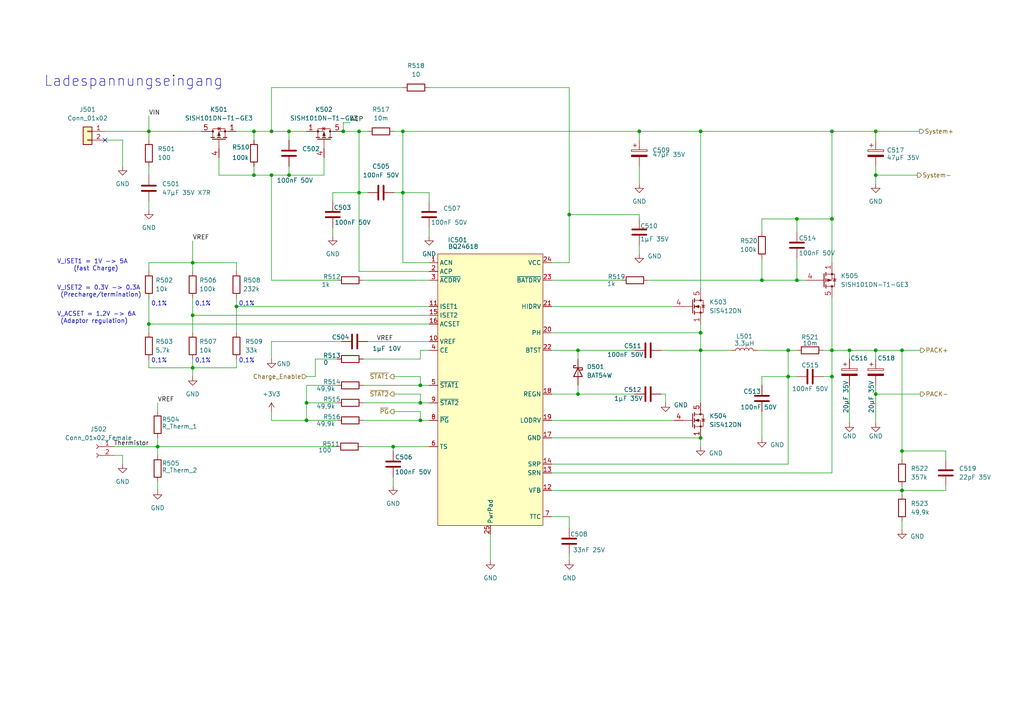
<source format=kicad_sch>
(kicad_sch (version 20250114) (generator "eeschema") (generator_version "9.0")
  (paper "A4")
  (title_block (date "2022-01-24"))
  (lib_symbols
    (symbol "Connector:Conn_01x02_Female" (pin_names (offset 1.016) (hide yes))
      (property "Reference" "J" (at 0 2.54 0))
      (property "Value" "Conn_01x02_Female" (at 0 -5.08 0))
      (symbol "Conn_01x02_Female_1_1"
        (polyline (pts (xy -1.27 0) (xy -0.508 0)) (stroke (width 0.1524)))
        (polyline (pts (xy -1.27 -2.54) (xy -0.508 -2.54)) (stroke (width 0.1524)))
        (arc (start 0 -0.508) (mid -0.5058 0) (end 0 0.508) (stroke (width 0.1524)))
        (arc (start 0 -3.048) (mid -0.5058 -2.54) (end 0 -2.032) (stroke (width 0.1524)))
        (pin passive line (at -5.08 0 0) (length 3.81) (name "Pin_1") (number "1"))
        (pin passive line (at -5.08 -2.54 0) (length 3.81) (name "Pin_2") (number "2"))
      )
    )
    (symbol "Connector_Generic:Conn_01x02" (pin_names (offset 1.016) (hide yes))
      (property "Reference" "J" (at 0 2.54 0))
      (property "Value" "Conn_01x02" (at 0 -5.08 0))
      (symbol "Conn_01x02_1_1"
        (rectangle (start -1.27 1.27) (end 1.27 -3.81) (stroke (width 0.254)) (fill (type background)))
        (rectangle (start -1.27 0.127) (end 0 -0.127) (stroke (width 0.1524)))
        (rectangle (start -1.27 -2.413) (end 0 -2.667) (stroke (width 0.1524)))
        (pin passive line (at -5.08 0 0) (length 3.81) (name "Pin_1") (number "1"))
        (pin passive line (at -5.08 -2.54 0) (length 3.81) (name "Pin_2") (number "2"))
      )
    )
    (symbol "Device:C" (pin_numbers (hide yes)) (pin_names (offset 0.254))
      (property "Reference" "C" (at 0.635 2.54 0))
      (property "Value" "C" (at 0.635 -2.54 0))
      (symbol "C_0_1"
        (polyline (pts (xy -2.032 0.762) (xy 2.032 0.762)) (stroke (width 0.508)))
        (polyline (pts (xy -2.032 -0.762) (xy 2.032 -0.762)) (stroke (width 0.508)))
      )
      (symbol "C_1_1"
        (pin passive line (at 0 3.81 270) (length 2.794) (name "~") (number "1"))
        (pin passive line (at 0 -3.81 90) (length 2.794) (name "~") (number "2"))
      )
    )
    (symbol "Device:C_Polarized" (pin_numbers (hide yes)) (pin_names (offset 0.254))
      (property "Reference" "C" (at 0.635 2.54 0))
      (property "Value" "C_Polarized" (at 0.635 -2.54 0))
      (symbol "C_Polarized_0_1"
        (rectangle (start -2.286 0.508) (end 2.286 1.016))
        (polyline (pts (xy -1.778 2.286) (xy -0.762 2.286)))
        (polyline (pts (xy -1.27 2.794) (xy -1.27 1.778)))
        (rectangle (start 2.286 -0.508) (end -2.286 -1.016) (fill (type outline)))
      )
      (symbol "C_Polarized_1_1"
        (pin passive line (at 0 3.81 270) (length 2.794) (name "~") (number "1"))
        (pin passive line (at 0 -3.81 90) (length 2.794) (name "~") (number "2"))
      )
    )
    (symbol "Device:D_Schottky" (pin_numbers (hide yes)) (pin_names (offset 1.016) (hide yes))
      (property "Reference" "D" (at 0 2.54 0))
      (property "Value" "D_Schottky" (at 0 -2.54 0))
      (symbol "D_Schottky_0_1"
        (polyline (pts (xy -1.905 0.635) (xy -1.905 1.27) (xy -1.27 1.27) (xy -1.27 -1.27) (xy -0.635 -1.27) (xy -0.635 -0.635)) (stroke (width 0.254)))
        (polyline (pts (xy 1.27 1.27) (xy 1.27 -1.27) (xy -1.27 0) (xy 1.27 1.27)) (stroke (width 0.254)))
        (polyline (pts (xy 1.27 0) (xy -1.27 0)))
      )
      (symbol "D_Schottky_1_1"
        (pin passive line (at -3.81 0 0) (length 2.54) (name "K") (number "1"))
        (pin passive line (at 3.81 0 180) (length 2.54) (name "A") (number "2"))
      )
    )
    (symbol "Device:L" (pin_numbers (hide yes)) (pin_names (offset 1.016) (hide yes))
      (property "Reference" "L" (at -1.27 0 90))
      (property "Value" "L" (at 1.905 0 90))
      (symbol "L_0_1"
        (arc (start 0 2.54) (mid 0.6323 1.905) (end 0 1.27))
        (arc (start 0 1.27) (mid 0.6323 0.635) (end 0 0))
        (arc (start 0 0) (mid 0.6323 -0.635) (end 0 -1.27))
        (arc (start 0 -1.27) (mid 0.6323 -1.905) (end 0 -2.54))
      )
      (symbol "L_1_1"
        (pin passive line (at 0 3.81 270) (length 1.27) (name "1") (number "1"))
        (pin passive line (at 0 -3.81 90) (length 1.27) (name "2") (number "2"))
      )
    )
    (symbol "Device:R" (pin_numbers (hide yes)) (pin_names (offset 0))
      (property "Reference" "R" (at 2.032 0 90))
      (property "Value" "R" (at 0 0 90))
      (symbol "R_0_1"
        (rectangle (start -1.016 -2.54) (end 1.016 2.54) (stroke (width 0.254)))
      )
      (symbol "R_1_1"
        (pin passive line (at 0 3.81 270) (length 1.27) (name "~") (number "1"))
        (pin passive line (at 0 -3.81 90) (length 1.27) (name "~") (number "2"))
      )
    )
    (symbol "HER_Symbole:BQ24618"
      (property "Reference" "U" (at 21.59 -12.7 0))
      (property "Value" "BQ24618" (at 21.59 -8.89 0))
      (symbol "BQ24618_0_1"
        (rectangle (start 5.08 -2.54) (end 35.56 -81.28) (fill (type background)))
      )
      (symbol "BQ24618_1_1"
        (pin input line (at 2.54 -5.08 0) (length 2.54) (name "ACN") (number "1"))
        (pin input line (at 2.54 -7.62 0) (length 2.54) (name "ACP") (number "2"))
        (pin output line (at 2.54 -10.16 0) (length 2.54) (name "~{ACDRV}") (number "3"))
        (pin input line (at 2.54 -17.78 0) (length 2.54) (name "ISET1") (number "11"))
        (pin input line (at 2.54 -20.32 0) (length 2.54) (name "ISET2") (number "15"))
        (pin input line (at 2.54 -22.86 0) (length 2.54) (name "ACSET") (number "16"))
        (pin input line (at 2.54 -27.94 0) (length 2.54) (name "VREF") (number "10"))
        (pin input line (at 2.54 -30.48 0) (length 2.54) (name "CE") (number "4"))
        (pin input line (at 2.54 -40.64 0) (length 2.54) (name "~{STAT1}") (number "5"))
        (pin input line (at 2.54 -45.72 0) (length 2.54) (name "~{STAT2}") (number "9"))
        (pin input line (at 2.54 -50.8 0) (length 2.54) (name "~{PG}") (number "8"))
        (pin input line (at 2.54 -58.42 0) (length 2.54) (name "TS") (number "6"))
        (pin passive line (at 20.32 -83.82 90) (length 2.54) (name "PwrPad") (number "25"))
        (pin power_in line (at 38.1 -5.08 180) (length 2.54) (name "VCC") (number "24"))
        (pin output line (at 38.1 -10.16 180) (length 2.54) (name "~{BATDRV}") (number "23"))
        (pin output line (at 38.1 -17.78 180) (length 2.54) (name "HIDRV") (number "21"))
        (pin passive line (at 38.1 -25.4 180) (length 2.54) (name "PH") (number "20"))
        (pin power_in line (at 38.1 -30.48 180) (length 2.54) (name "BTST") (number "22"))
        (pin output line (at 38.1 -43.18 180) (length 2.54) (name "REGN") (number "18"))
        (pin output line (at 38.1 -50.8 180) (length 2.54) (name "LODRV") (number "19"))
        (pin power_in line (at 38.1 -55.88 180) (length 2.54) (name "GND") (number "17"))
        (pin input line (at 38.1 -63.5 180) (length 2.54) (name "SRP") (number "14"))
        (pin input line (at 38.1 -66.04 180) (length 2.54) (name "SRN") (number "13"))
        (pin input line (at 38.1 -71.12 180) (length 2.54) (name "VFB") (number "12"))
        (pin input line (at 38.1 -78.74 180) (length 2.54) (name "TTC") (number "7"))
      )
    )
    (symbol "Vishay:MOSFET_NMOS_8_Pin"
      (property "Reference" "Q" (at 4.826 -19.558 0))
      (property "Value" "MOSFET_NMOS_8_Pin" (at 4.826 -21.59 0))
      (symbol "MOSFET_NMOS_8_Pin_0_1"
        (polyline (pts (xy 0.254 -18.415) (xy 0.254 -22.225)) (stroke (width 0.254)))
        (polyline (pts (xy 0.254 -20.32) (xy -2.54 -20.32)))
        (polyline (pts (xy 0.762 -18.034) (xy 0.762 -19.05)) (stroke (width 0.254)))
        (polyline (pts (xy 0.762 -19.812) (xy 0.762 -20.828)) (stroke (width 0.254)))
        (polyline (pts (xy 0.762 -21.59) (xy 0.762 -22.606)) (stroke (width 0.254)))
        (polyline (pts (xy 0.762 -22.098) (xy 3.302 -22.098) (xy 3.302 -18.542) (xy 0.762 -18.542)))
        (polyline (pts (xy 1.016 -20.32) (xy 2.032 -19.939) (xy 2.032 -20.701) (xy 1.016 -20.32)) (fill (type outline)))
        (polyline (pts (xy 2.54 -17.78) (xy 2.54 -18.542)))
        (circle (center 2.54 -18.542) (radius 0.254) (fill (type outline)))
        (circle (center 2.54 -22.098) (radius 0.254) (fill (type outline)))
        (polyline (pts (xy 2.54 -22.86) (xy 2.54 -20.32) (xy 0.762 -20.32)))
        (polyline (pts (xy 2.794 -19.812) (xy 2.921 -19.939) (xy 3.683 -19.939) (xy 3.81 -20.066)))
        (polyline (pts (xy 3.302 -19.939) (xy 2.921 -20.574) (xy 3.683 -20.574) (xy 3.302 -19.939)))
      )
      (symbol "MOSFET_NMOS_8_Pin_1_1"
        (pin passive line (at -5.08 -20.32 0) (length 2.54) (name "") (number "4"))
        (pin passive line (at 2.54 -15.24 270) (length 2.54) (name "") (number "5"))
        (pin passive line (at 2.54 -15.24 270) (length 2.54) (hide yes) (name "") (number "6"))
        (pin passive line (at 2.54 -15.24 270) (length 2.54) (hide yes) (name "") (number "7"))
        (pin passive line (at 2.54 -15.24 270) (length 2.54) (hide yes) (name "") (number "8"))
        (pin passive line (at 2.54 -15.24 270) (length 2.54) (hide yes) (name "") (number "9"))
        (pin passive line (at 2.54 -25.4 90) (length 2.54) (name "") (number "1"))
        (pin passive line (at 2.54 -25.4 90) (length 2.54) (hide yes) (name "S") (number "2"))
        (pin passive line (at 2.54 -25.4 90) (length 2.54) (hide yes) (name "S") (number "3"))
      )
    )
    (symbol "Vishay:MOSFET_PMOS_8Pin+Pad"
      (property "Reference" "Q" (at 5.08 -11.938 0))
      (property "Value" "MOSFET_PMOS_8Pin+Pad" (at 4.826 -13.716 0))
      (symbol "MOSFET_PMOS_8Pin+Pad_0_1"
        (polyline (pts (xy 0.254 -12.7) (xy -2.54 -12.7)))
        (polyline (pts (xy 0.254 -14.605) (xy 0.254 -10.795)) (stroke (width 0.254)))
        (polyline (pts (xy 0.762 -11.43) (xy 0.762 -10.414)) (stroke (width 0.254)))
        (polyline (pts (xy 0.762 -13.208) (xy 0.762 -12.192)) (stroke (width 0.254)))
        (polyline (pts (xy 0.762 -14.478) (xy 3.302 -14.478) (xy 3.302 -10.922) (xy 0.762 -10.922)))
        (polyline (pts (xy 0.762 -14.986) (xy 0.762 -13.97)) (stroke (width 0.254)))
        (polyline (pts (xy 2.286 -12.7) (xy 1.27 -13.081) (xy 1.27 -12.319) (xy 2.286 -12.7)) (fill (type outline)))
        (polyline (pts (xy 2.54 -10.16) (xy 2.54 -12.7) (xy 0.762 -12.7)))
        (circle (center 2.54 -10.922) (radius 0.254) (fill (type outline)))
        (circle (center 2.54 -14.478) (radius 0.254) (fill (type outline)))
        (polyline (pts (xy 2.54 -15.24) (xy 2.54 -14.478)))
        (polyline (pts (xy 2.794 -12.192) (xy 2.921 -12.319) (xy 3.683 -12.319) (xy 3.81 -12.446)))
        (polyline (pts (xy 3.302 -12.319) (xy 2.921 -12.954) (xy 3.683 -12.954) (xy 3.302 -12.319)))
      )
      (symbol "MOSFET_PMOS_8Pin+Pad_1_1"
        (pin passive line (at -5.08 -12.7 0) (length 2.54) (name "") (number "4"))
        (pin passive line (at 2.54 -7.62 270) (length 2.54) (name "") (number "1"))
        (pin passive line (at 2.54 -7.62 270) (length 2.54) (hide yes) (name "S") (number "2"))
        (pin passive line (at 2.54 -7.62 270) (length 2.54) (hide yes) (name "S") (number "3"))
        (pin passive line (at 2.54 -17.78 90) (length 2.54) (name "") (number "5"))
        (pin passive line (at 2.54 -17.78 90) (length 2.54) (hide yes) (name "") (number "6"))
        (pin passive line (at 2.54 -17.78 90) (length 2.54) (hide yes) (name "") (number "7"))
        (pin passive line (at 2.54 -17.78 90) (length 2.54) (hide yes) (name "") (number "8"))
        (pin passive line (at 2.54 -17.78 90) (length 2.54) (hide yes) (name "") (number "9"))
      )
    )
    (symbol "power:+3V3" (power) (pin_names (offset 0))
      (property "Value" "+3V3" (at 0 3.556 0))
      (symbol "+3V3_0_1"
        (polyline (pts (xy -0.762 1.27) (xy 0 2.54)))
        (polyline (pts (xy 0 2.54) (xy 0.762 1.27)))
        (polyline (pts (xy 0 0) (xy 0 2.54)))
      )
      (symbol "+3V3_1_1"
        (pin power_in line (at 0 0 90) (length 0) (hide yes) (name "+3V3") (number "1"))
      )
    )
    (symbol "power:GND" (power) (pin_names (offset 0))
      (property "Value" "GND" (at 0 -3.81 0))
      (symbol "GND_0_1"
        (polyline (pts (xy 0 0) (xy 0 -1.27) (xy 1.27 -1.27) (xy 0 -2.54) (xy -1.27 -1.27) (xy 0 -1.27)))
      )
      (symbol "GND_1_1"
        (pin power_in line (at 0 0 270) (length 0) (hide yes) (name "GND") (number "1"))
      )
    )
  )
  (text "0,1%" (at 43.815 88.9 0) (effects (font (size 1.27 1.27)) (justify left bottom)))
  (text "V_ISET2 = 0.3V -> 0.3A \n (Precharge/termination)" (at 16.51 86.36 0) (effects (font (size 1.27 1.27)) (justify left bottom)))
  (text "V_ISET1 = 1V -> 5A \n	(fast Charge)" (at 16.51 78.74 0) (effects (font (size 1.27 1.27)) (justify left bottom)))
  (text "0,1%" (at 43.815 105.41 0) (effects (font (size 1.27 1.27)) (justify left bottom)))
  (text "0,1%" (at 56.515 88.9 0) (effects (font (size 1.27 1.27)) (justify left bottom)))
  (text "Ladespannungseingang\n" (at 12.7 25.4 0) (effects (font (size 3 3)) (justify left bottom)))
  (text "0,1%" (at 69.215 105.41 0) (effects (font (size 1.27 1.27)) (justify left bottom)))
  (text "V_ACSET = 1.2V -> 6A \n (Adaptor regulation)" (at 16.51 93.98 0) (effects (font (size 1.27 1.27)) (justify left bottom)))
  (text "0,1%" (at 69.215 88.9 0) (effects (font (size 1.27 1.27)) (justify left bottom)))
  (text "0,1%" (at 56.515 105.41 0) (effects (font (size 1.27 1.27)) (justify left bottom)))
  (junction (at 73.66 50.8))
  (junction (at 203.2 96.52))
  (junction (at 83.82 38.1))
  (junction (at 228.6 101.6))
  (junction (at 121.92 121.92))
  (junction (at 231.14 63.5))
  (junction (at 78.74 38.1))
  (junction (at 167.64 101.6))
  (junction (at 104.14 55.88))
  (junction (at 254 114.3))
  (junction (at 241.3 109.22))
  (junction (at 228.6 109.22))
  (junction (at 185.42 38.1))
  (junction (at 241.3 38.1))
  (junction (at 116.84 38.1))
  (junction (at 104.14 38.1))
  (junction (at 78.74 50.8))
  (junction (at 254 101.6))
  (junction (at 261.62 130.81))
  (junction (at 114.046 129.54))
  (junction (at 88.9 116.84))
  (junction (at 246.38 101.6))
  (junction (at 68.58 88.9))
  (junction (at 55.88 76.2))
  (junction (at 121.92 116.84))
  (junction (at 203.2 101.6))
  (junction (at 203.2 127))
  (junction (at 231.14 81.28))
  (junction (at 45.72 129.54))
  (junction (at 165.1 62.23))
  (junction (at 254 50.8))
  (junction (at 220.98 81.28))
  (junction (at 55.88 106.68))
  (junction (at 99.568 38.1))
  (junction (at 241.3 101.6))
  (junction (at 116.84 55.88))
  (junction (at 121.92 111.76))
  (junction (at 254 38.1))
  (junction (at 83.82 50.8))
  (junction (at 203.2 38.1))
  (junction (at 241.3 63.5))
  (junction (at 167.64 114.3))
  (junction (at 43.18 38.1))
  (junction (at 55.88 91.44))
  (junction (at 73.66 38.1))
  (junction (at 261.62 142.24))
  (junction (at 43.18 93.98))
  (junction (at 261.62 101.6))
  (junction (at 88.9 121.92))
  (no_connect (at 30.48 40.64))
  (wire (pts (xy 191.77 101.6) (xy 203.2 101.6)))
  (wire (pts (xy 104.14 38.1) (xy 104.14 55.88)))
  (wire (pts (xy 116.84 55.88) (xy 116.84 38.1)))
  (wire (pts (xy 160.02 81.28) (xy 180.34 81.28)))
  (wire (pts (xy 203.2 101.6) (xy 203.2 116.84)))
  (wire (pts (xy 116.84 76.2) (xy 124.46 76.2)))
  (wire (pts (xy 43.18 76.2) (xy 55.88 76.2)))
  (wire (pts (xy 63.5 45.72) (xy 63.5 50.8)))
  (wire (pts (xy 93.98 50.8) (xy 93.98 45.72)))
  (wire (pts (xy 124.46 25.4) (xy 165.1 25.4)))
  (wire (pts (xy 104.14 55.88) (xy 104.14 78.74)))
  (wire (pts (xy 43.18 104.14) (xy 43.18 106.68)))
  (wire (pts (xy 45.72 127) (xy 45.72 129.54)))
  (wire (pts (xy 104.14 55.88) (xy 106.68 55.88)))
  (wire (pts (xy 73.66 38.1) (xy 73.66 40.64)))
  (wire (pts (xy 55.88 69.85) (xy 55.88 76.2)))
  (wire (pts (xy 88.9 111.76) (xy 88.9 116.84)))
  (wire (pts (xy 55.88 106.68) (xy 55.88 109.22)))
  (wire (pts (xy 261.62 133.35) (xy 261.62 130.81)))
  (wire (pts (xy 219.71 101.6) (xy 228.6 101.6)))
  (wire (pts (xy 55.88 91.44) (xy 55.88 96.52)))
  (wire (pts (xy 220.98 109.22) (xy 228.6 109.22)))
  (wire (pts (xy 43.18 48.26) (xy 43.18 50.8)))
  (wire (pts (xy 261.62 101.6) (xy 261.62 130.81)))
  (wire (pts (xy 43.18 86.36) (xy 43.18 93.98)))
  (wire (pts (xy 105.41 81.28) (xy 124.46 81.28)))
  (wire (pts (xy 105.41 116.84) (xy 121.92 116.84)))
  (wire (pts (xy 160.02 137.16) (xy 241.3 137.16)))
  (wire (pts (xy 68.58 38.1) (xy 73.66 38.1)))
  (wire (pts (xy 43.18 38.1) (xy 58.42 38.1)))
  (wire (pts (xy 241.3 101.6) (xy 238.76 101.6)))
  (wire (pts (xy 160.02 127) (xy 203.2 127)))
  (wire (pts (xy 254 111.76) (xy 254 114.3)))
  (wire (pts (xy 43.18 93.98) (xy 43.18 96.52)))
  (wire (pts (xy 246.38 111.76) (xy 246.38 122.682)))
  (wire (pts (xy 105.41 104.14) (xy 121.92 104.14)))
  (wire (pts (xy 167.64 101.6) (xy 184.15 101.6)))
  (wire (pts (xy 68.58 88.9) (xy 124.46 88.9)))
  (wire (pts (xy 220.98 67.31) (xy 220.98 63.5)))
  (wire (pts (xy 104.14 55.88) (xy 96.52 55.88)))
  (wire (pts (xy 220.98 63.5) (xy 231.14 63.5)))
  (wire (pts (xy 254 114.3) (xy 266.954 114.3)))
  (wire (pts (xy 241.3 109.22) (xy 241.3 137.16)))
  (wire (pts (xy 121.92 111.76) (xy 124.46 111.76)))
  (wire (pts (xy 114.3 55.88) (xy 116.84 55.88)))
  (wire (pts (xy 88.9 116.84) (xy 97.79 116.84)))
  (wire (pts (xy 68.58 76.2) (xy 55.88 76.2)))
  (wire (pts (xy 114.3 109.22) (xy 121.92 109.22)))
  (wire (pts (xy 254 38.1) (xy 266.7 38.1)))
  (wire (pts (xy 114.046 129.54) (xy 124.46 129.54)))
  (wire (pts (xy 121.92 101.6) (xy 124.46 101.6)))
  (wire (pts (xy 68.58 78.74) (xy 68.58 76.2)))
  (wire (pts (xy 167.64 101.6) (xy 167.64 104.14)))
  (wire (pts (xy 185.42 48.26) (xy 185.42 53.34)))
  (wire (pts (xy 231.14 81.28) (xy 233.68 81.28)))
  (wire (pts (xy 121.92 109.22) (xy 121.92 111.76)))
  (wire (pts (xy 88.9 109.22) (xy 91.44 109.22)))
  (wire (pts (xy 91.44 109.22) (xy 91.44 104.14)))
  (wire (pts (xy 68.58 88.9) (xy 68.58 96.52)))
  (wire (pts (xy 45.72 116.84) (xy 45.72 119.38)))
  (wire (pts (xy 231.14 67.31) (xy 231.14 63.5)))
  (wire (pts (xy 101.6 35.56) (xy 99.568 35.56)))
  (wire (pts (xy 261.62 142.24) (xy 274.32 142.24)))
  (wire (pts (xy 99.06 99.06) (xy 78.74 99.06)))
  (wire (pts (xy 63.5 50.8) (xy 73.66 50.8)))
  (wire (pts (xy 55.88 106.68) (xy 68.58 106.68)))
  (wire (pts (xy 203.2 38.1) (xy 203.2 83.82)))
  (wire (pts (xy 96.52 55.88) (xy 96.52 58.42)))
  (wire (pts (xy 185.42 62.23) (xy 185.42 63.5)))
  (wire (pts (xy 228.6 109.22) (xy 228.6 101.6)))
  (wire (pts (xy 55.88 106.68) (xy 55.88 104.14)))
  (wire (pts (xy 30.48 40.64) (xy 35.56 40.64)))
  (wire (pts (xy 88.9 121.92) (xy 97.79 121.92)))
  (wire (pts (xy 165.1 62.23) (xy 165.1 76.2)))
  (wire (pts (xy 78.74 38.1) (xy 83.82 38.1)))
  (wire (pts (xy 160.02 121.92) (xy 195.58 121.92)))
  (wire (pts (xy 43.18 93.98) (xy 124.46 93.98)))
  (wire (pts (xy 241.3 38.1) (xy 254 38.1)))
  (wire (pts (xy 105.41 121.92) (xy 121.92 121.92)))
  (wire (pts (xy 83.82 38.1) (xy 88.9 38.1)))
  (wire (pts (xy 121.92 104.14) (xy 121.92 101.6)))
  (wire (pts (xy 73.66 50.8) (xy 78.74 50.8)))
  (wire (pts (xy 160.02 76.2) (xy 165.1 76.2)))
  (wire (pts (xy 274.32 142.24) (xy 274.32 140.97)))
  (wire (pts (xy 78.74 121.92) (xy 88.9 121.92)))
  (wire (pts (xy 91.44 104.14) (xy 97.79 104.14)))
  (wire (pts (xy 99.568 38.1) (xy 104.14 38.1)))
  (wire (pts (xy 254 50.8) (xy 254 53.34)))
  (wire (pts (xy 274.32 130.81) (xy 274.32 133.35)))
  (wire (pts (xy 160.02 88.9) (xy 195.58 88.9)))
  (wire (pts (xy 73.66 38.1) (xy 78.74 38.1)))
  (wire (pts (xy 160.02 101.6) (xy 167.64 101.6)))
  (wire (pts (xy 167.64 111.76) (xy 167.64 114.3)))
  (wire (pts (xy 160.02 114.3) (xy 167.64 114.3)))
  (wire (pts (xy 33.02 132.08) (xy 35.56 132.08)))
  (wire (pts (xy 231.14 74.93) (xy 231.14 81.28)))
  (wire (pts (xy 78.74 119.38) (xy 78.74 121.92)))
  (wire (pts (xy 114.046 138.43) (xy 114.046 140.97)))
  (wire (pts (xy 99.568 35.56) (xy 99.568 38.1)))
  (wire (pts (xy 185.42 38.1) (xy 203.2 38.1)))
  (wire (pts (xy 254 114.3) (xy 254 122.682)))
  (wire (pts (xy 241.3 38.1) (xy 241.3 63.5)))
  (wire (pts (xy 238.76 109.22) (xy 241.3 109.22)))
  (wire (pts (xy 105.156 129.54) (xy 114.046 129.54)))
  (wire (pts (xy 254 101.6) (xy 254 104.14)))
  (wire (pts (xy 78.74 38.1) (xy 78.74 25.4)))
  (wire (pts (xy 203.2 127) (xy 203.2 129.54)))
  (wire (pts (xy 231.14 63.5) (xy 241.3 63.5)))
  (wire (pts (xy 167.64 114.3) (xy 184.15 114.3)))
  (wire (pts (xy 241.3 76.2) (xy 241.3 63.5)))
  (wire (pts (xy 116.84 38.1) (xy 114.3 38.1)))
  (wire (pts (xy 43.18 76.2) (xy 43.18 78.74)))
  (wire (pts (xy 193.04 114.3) (xy 193.04 116.84)))
  (wire (pts (xy 104.14 78.74) (xy 124.46 78.74)))
  (wire (pts (xy 187.96 81.28) (xy 220.98 81.28)))
  (wire (pts (xy 228.6 101.6) (xy 231.14 101.6)))
  (wire (pts (xy 43.18 38.1) (xy 43.18 40.64)))
  (wire (pts (xy 43.18 33.655) (xy 43.18 38.1)))
  (wire (pts (xy 96.52 66.04) (xy 96.52 68.58)))
  (wire (pts (xy 203.2 96.52) (xy 203.2 101.6)))
  (wire (pts (xy 246.38 101.6) (xy 246.38 104.14)))
  (wire (pts (xy 160.02 149.86) (xy 165.1 149.86)))
  (wire (pts (xy 261.62 101.6) (xy 266.954 101.6)))
  (wire (pts (xy 114.3 119.38) (xy 121.92 119.38)))
  (wire (pts (xy 55.88 76.2) (xy 55.88 78.74)))
  (wire (pts (xy 83.82 48.26) (xy 83.82 50.8)))
  (wire (pts (xy 114.3 114.3) (xy 121.92 114.3)))
  (wire (pts (xy 78.74 50.8) (xy 78.74 81.28)))
  (wire (pts (xy 104.14 38.1) (xy 106.68 38.1)))
  (wire (pts (xy 165.1 149.86) (xy 165.1 153.162)))
  (wire (pts (xy 43.18 106.68) (xy 55.88 106.68)))
  (wire (pts (xy 78.74 99.06) (xy 78.74 104.14)))
  (wire (pts (xy 165.1 25.4) (xy 165.1 62.23)))
  (wire (pts (xy 73.66 48.26) (xy 73.66 50.8)))
  (wire (pts (xy 78.74 81.28) (xy 97.79 81.28)))
  (wire (pts (xy 121.92 119.38) (xy 121.92 121.92)))
  (wire (pts (xy 165.1 62.23) (xy 185.42 62.23)))
  (wire (pts (xy 121.92 121.92) (xy 124.46 121.92)))
  (wire (pts (xy 261.62 140.97) (xy 261.62 142.24)))
  (wire (pts (xy 121.92 114.3) (xy 121.92 116.84)))
  (wire (pts (xy 241.3 101.6) (xy 246.38 101.6)))
  (wire (pts (xy 193.04 114.3) (xy 191.77 114.3)))
  (wire (pts (xy 160.02 134.62) (xy 228.6 134.62)))
  (wire (pts (xy 254 101.6) (xy 261.62 101.6)))
  (wire (pts (xy 220.98 111.76) (xy 220.98 109.22)))
  (wire (pts (xy 83.82 38.1) (xy 83.82 40.64)))
  (wire (pts (xy 220.98 74.93) (xy 220.98 81.28)))
  (wire (pts (xy 45.72 129.54) (xy 97.536 129.54)))
  (wire (pts (xy 228.6 109.22) (xy 231.14 109.22)))
  (wire (pts (xy 185.42 71.12) (xy 185.42 73.66)))
  (wire (pts (xy 99.06 38.1) (xy 99.568 38.1)))
  (wire (pts (xy 33.02 129.54) (xy 45.72 129.54)))
  (wire (pts (xy 43.18 58.42) (xy 43.18 60.96)))
  (wire (pts (xy 55.88 91.44) (xy 124.46 91.44)))
  (wire (pts (xy 261.62 142.24) (xy 261.62 143.51)))
  (wire (pts (xy 203.2 93.98) (xy 203.2 96.52)))
  (wire (pts (xy 220.98 81.28) (xy 231.14 81.28)))
  (wire (pts (xy 228.6 109.22) (xy 228.6 134.62)))
  (wire (pts (xy 241.3 86.36) (xy 241.3 101.6)))
  (wire (pts (xy 220.98 119.38) (xy 220.98 127.127)))
  (wire (pts (xy 185.42 38.1) (xy 185.42 40.64)))
  (wire (pts (xy 116.84 55.88) (xy 124.46 55.88)))
  (wire (pts (xy 203.2 101.6) (xy 212.09 101.6)))
  (wire (pts (xy 142.24 154.94) (xy 142.24 162.56)))
  (wire (pts (xy 116.84 55.88) (xy 116.84 76.2)))
  (wire (pts (xy 83.82 50.8) (xy 93.98 50.8)))
  (wire (pts (xy 254 50.8) (xy 266.065 50.8)))
  (wire (pts (xy 121.92 116.84) (xy 124.46 116.84)))
  (wire (pts (xy 116.84 38.1) (xy 185.42 38.1)))
  (wire (pts (xy 68.58 86.36) (xy 68.58 88.9)))
  (wire (pts (xy 106.68 99.06) (xy 124.46 99.06)))
  (wire (pts (xy 105.41 111.76) (xy 121.92 111.76)))
  (wire (pts (xy 78.74 50.8) (xy 83.82 50.8)))
  (wire (pts (xy 88.9 116.84) (xy 88.9 121.92)))
  (wire (pts (xy 55.88 86.36) (xy 55.88 91.44)))
  (wire (pts (xy 35.56 40.64) (xy 35.56 48.26)))
  (wire (pts (xy 160.02 96.52) (xy 203.2 96.52)))
  (wire (pts (xy 35.56 132.08) (xy 35.56 134.62)))
  (wire (pts (xy 246.38 101.6) (xy 254 101.6)))
  (wire (pts (xy 97.79 111.76) (xy 88.9 111.76)))
  (wire (pts (xy 254 38.1) (xy 254 40.64)))
  (wire (pts (xy 30.48 38.1) (xy 43.18 38.1)))
  (wire (pts (xy 45.72 139.7) (xy 45.72 142.24)))
  (wire (pts (xy 68.58 106.68) (xy 68.58 104.14)))
  (wire (pts (xy 261.62 151.13) (xy 261.62 153.67)))
  (wire (pts (xy 124.46 55.88) (xy 124.46 58.42)))
  (wire (pts (xy 261.62 130.81) (xy 274.32 130.81)))
  (wire (pts (xy 254 48.26) (xy 254 50.8)))
  (wire (pts (xy 160.02 142.24) (xy 261.62 142.24)))
  (wire (pts (xy 241.3 101.6) (xy 241.3 109.22)))
  (wire (pts (xy 45.72 129.54) (xy 45.72 132.08)))
  (wire (pts (xy 203.2 38.1) (xy 241.3 38.1)))
  (wire (pts (xy 114.046 129.54) (xy 114.046 130.81)))
  (wire (pts (xy 78.74 25.4) (xy 116.84 25.4)))
  (wire (pts (xy 124.46 66.04) (xy 124.46 68.58)))
  (wire (pts (xy 165.1 160.782) (xy 165.1 162.56)))
  (label "VIN" (at 43.18 33.655 0))
  (label "ACP" (at 101.6 35.56 0))
  (label "VREF" (at 55.88 69.85 0))
  (label "Thermistor" (at 33.02 129.54 0))
  (label "VREF" (at 109.2213 99.06 0))
  (label "VREF" (at 45.72 116.84 0))
  (hierarchical_label "System-" (shape output) (at 266.065 50.8 0))
  (hierarchical_label "PACK+" (shape output) (at 266.954 101.6 0))
  (hierarchical_label "System+" (shape output) (at 266.7 38.1 0))
  (hierarchical_label "~{PG}" (shape output) (at 114.3 119.38 180))
  (hierarchical_label "~{STAT2}" (shape output) (at 114.3 114.3 180))
  (hierarchical_label "~{STAT1}" (shape output) (at 114.3 109.22 180))
  (hierarchical_label "Charge_Enable" (shape input) (at 88.9 109.22 180))
  (hierarchical_label "PACK-" (shape output) (at 266.954 114.3 0))
  (symbol (lib_id "power:GND") (at 254 122.682 0) (unit 1)
    (property "Reference" "#PWR0520" (effects (hide yes)))
    (property "Value" "GND" (at 254 126.492 0))
  )
  (symbol (lib_id "Device:R") (at 220.98 71.12 0) (unit 1)
    (property "Reference" "R520" (at 214.63 69.85 0) (effects (justify left)))
    (property "Value" "100k" (at 214.63 72.39 0) (effects (justify left)))
    (property "Footprint" "Resistor_SMD:R_0603_1608Metric" (effects (hide yes)))
  )
  (symbol (lib_id "Connector_Generic:Conn_01x02") (at 25.4 38.1 0) (mirror y) (unit 1)
    (property "Reference" "J501" (at 25.4 31.75 0))
    (property "Value" "Conn_01x02" (at 25.4 34.29 0))
    (property "Footprint" "Connector_Molex:Molex_Micro-Fit_3.0_43650-0215_1x02_P3.00mm_Vertical" (effects (hide yes)))
  )
  (symbol (lib_id "power:GND") (at 142.24 162.56 0) (unit 1)
    (property "Reference" "#PWR0511" (effects (hide yes)))
    (property "Value" "GND" (at 142.24 167.64 0))
  )
  (symbol (lib_id "Device:R") (at 43.18 44.45 0) (unit 1)
    (property "Reference" "R501" (at 45.72 43.1799 0) (effects (justify left)))
    (property "Value" "100" (at 45.72 45.7199 0) (effects (justify left)))
    (property "Footprint" "Resistor_SMD:R_0603_1608Metric" (effects (hide yes)))
  )
  (symbol (lib_id "Device:R") (at 120.65 25.4 270) (unit 1)
    (property "Reference" "R518" (at 120.65 19.05 90))
    (property "Value" "10" (at 120.65 21.59 90))
    (property "Footprint" "Resistor_SMD:R_0603_1608Metric" (effects (hide yes)))
  )
  (symbol (lib_id "power:GND") (at 114.046 140.97 0) (unit 1)
    (property "Reference" "#PWR0509" (effects (hide yes)))
    (property "Value" "GND" (at 114.046 146.05 0))
  )
  (symbol (lib_id "power:GND") (at 185.42 73.66 0) (unit 1)
    (property "Reference" "#PWR0514" (effects (hide yes)))
    (property "Value" "GND" (at 189.865 74.295 0))
  )
  (symbol (lib_id "Device:C") (at 102.87 99.06 270) (unit 1)
    (property "Reference" "C504" (at 101.346 97.79 90) (effects (justify right)))
    (property "Value" "1µF 10V" (at 116.332 101.092 90) (effects (justify right)))
    (property "Footprint" "Capacitor_SMD:C_0603_1608Metric" (effects (hide yes)))
  )
  (symbol (lib_id "Vishay:MOSFET_PMOS_8Pin+Pad") (at 81.28 40.64 90) (unit 1)
    (property "Reference" "K502" (at 93.98 31.75 90))
    (property "Value" "SISH101DN-T1-GE3" (at 93.98 34.29 90))
    (property "Footprint" "Vishay:PowerPAK 1212-8 Single" (effects (hide yes)))
    (property "Bauteilname" "Si7617DN" (effects (hide yes)))
  )
  (symbol (lib_id "power:GND") (at 35.56 48.26 0) (unit 1)
    (property "Reference" "#PWR0501" (effects (hide yes)))
    (property "Value" "GND" (at 35.56 53.34 0))
  )
  (symbol (lib_id "Device:C_Polarized") (at 185.42 44.45 0) (unit 1)
    (property "Reference" "C509" (at 189.23 43.5609 0) (effects (justify left)))
    (property "Value" "47µF 35V" (at 189.23 44.8309 0) (effects (justify left)))
    (property "Footprint" "Capacitor_SMD:CP_Elec_6.3x5.4" (effects (hide yes)))
    (property "Bauteilname" "EDK476M025A9GAA" (effects (hide yes)))
  )
  (symbol (lib_id "Device:C") (at 165.1 156.972 180) (unit 1)
    (property "Reference" "C508" (at 167.894 154.94 0))
    (property "Value" "33nF 25V" (at 175.514 159.512 0) (effects (justify left)))
    (property "Footprint" "Capacitor_SMD:C_0603_1608Metric" (effects (hide yes)))
  )
  (symbol (lib_id "Vishay:MOSFET_NMOS_8_Pin") (at 200.66 68.58 0) (unit 1)
    (property "Reference" "K503" (at 205.74 87.6299 0) (effects (justify left)))
    (property "Value" "SiS412DN" (at 205.74 90.1699 0) (effects (justify left)))
    (property "Footprint" "Vishay:PowerPAK 1212-8 Single" (effects (hide yes)))
    (property "Bauteilname" "SiS412DN" (effects (hide yes)))
  )
  (symbol (lib_id "power:GND") (at 193.04 116.84 0) (unit 1)
    (property "Reference" "#PWR0515" (effects (hide yes)))
    (property "Value" "GND" (at 197.485 117.475 0))
  )
  (symbol (lib_id "power:GND") (at 45.72 142.24 0) (unit 1)
    (property "Reference" "#PWR0504" (effects (hide yes)))
    (property "Value" "GND" (at 45.72 147.32 0))
  )
  (symbol (lib_id "Device:C") (at 110.49 55.88 90) (unit 1)
    (property "Reference" "C505" (at 110.49 48.26 90))
    (property "Value" "100nF 50V" (at 110.49 50.8 90))
    (property "Footprint" "Capacitor_SMD:C_0603_1608Metric" (effects (hide yes)))
  )
  (symbol (lib_id "Device:R") (at 68.58 100.33 0) (unit 1)
    (property "Reference" "R509" (at 71.12 99.0599 0) (effects (justify left)))
    (property "Value" "33k" (at 71.12 101.5999 0) (effects (justify left)))
    (property "Footprint" "Resistor_SMD:R_0603_1608Metric" (effects (hide yes)))
  )
  (symbol (lib_id "Device:C") (at 185.42 67.31 0) (unit 1)
    (property "Reference" "C510" (at 185.674 65.532 0) (effects (justify left)))
    (property "Value" "1µF 35V" (at 185.674 69.342 0) (effects (justify left)))
    (property "Footprint" "Capacitor_SMD:C_0603_1608Metric" (effects (hide yes)))
  )
  (symbol (lib_id "Device:R") (at 101.6 104.14 90) (unit 1)
    (property "Reference" "R513" (at 96.266 103.124 90))
    (property "Value" "0" (at 94.488 105.156 90))
    (property "Footprint" "Resistor_SMD:R_0603_1608Metric" (effects (hide yes)))
  )
  (symbol (lib_id "power:GND") (at 220.98 127.127 0) (unit 1)
    (property "Reference" "#PWR0517" (effects (hide yes)))
    (property "Value" "GND" (at 225.425 129.032 0))
  )
  (symbol (lib_id "Device:R") (at 101.6 81.28 90) (mirror x) (unit 1)
    (property "Reference" "R512" (at 96.266 80.264 90))
    (property "Value" "1k" (at 94.488 82.55 90))
    (property "Footprint" "Resistor_SMD:R_0603_1608Metric" (effects (hide yes)))
  )
  (symbol (lib_id "power:GND") (at 43.18 60.96 0) (unit 1)
    (property "Reference" "#PWR0503" (effects (hide yes)))
    (property "Value" "GND" (at 43.18 66.04 0))
  )
  (symbol (lib_id "power:GND") (at 55.88 109.22 0) (unit 1)
    (property "Reference" "#PWR0505" (effects (hide yes)))
    (property "Value" "GND" (at 55.88 114.3 0))
  )
  (symbol (lib_id "Device:C") (at 43.18 54.61 0) (unit 1)
    (property "Reference" "C501" (at 46.99 53.3399 0) (effects (justify left)))
    (property "Value" "47µF 35V X7R" (at 46.99 55.8799 0) (effects (justify left)))
    (property "Footprint" "Capacitor_SMD:C_2220_5650Metric" (effects (hide yes)))
    (property "Bauteilname" "KCM55WR7YA476MH01K" (effects (hide yes)))
  )
  (symbol (lib_id "Device:R") (at 261.62 147.32 0) (unit 1)
    (property "Reference" "R523" (at 264.16 146.0499 0) (effects (justify left)))
    (property "Value" "49,9k" (at 264.16 148.5899 0) (effects (justify left)))
    (property "Footprint" "Resistor_SMD:R_0603_1608Metric" (effects (hide yes)))
  )
  (symbol (lib_id "power:GND") (at 78.74 104.14 0) (unit 1)
    (property "Reference" "#PWR0506" (effects (hide yes)))
    (property "Value" "GND" (at 82.296 105.537 0))
  )
  (symbol (lib_id "HER_Symbole:BQ24618") (at 121.92 71.12 0) (unit 1)
    (property "Reference" "IC501" (at 132.715 69.596 0))
    (property "Value" "BQ24618" (at 134.366 71.501 0))
    (property "Footprint" "Package_DFN_QFN:VQFN-24-1EP_4x4mm_P0.5mm_EP2.45x2.45mm" (effects (hide yes)))
    (property "Bauteilname" "BQ24618" (effects (hide yes)))
  )
  (symbol (lib_id "Device:R") (at 101.6 111.76 90) (unit 1)
    (property "Reference" "R514" (at 96.266 110.744 90))
    (property "Value" "49,9k" (at 94.488 112.776 90))
    (property "Footprint" "Resistor_SMD:R_0603_1608Metric" (effects (hide yes)))
  )
  (symbol (lib_id "power:GND") (at 185.42 53.34 0) (unit 1)
    (property "Reference" "#PWR0513" (effects (hide yes)))
    (property "Value" "GND" (at 185.42 58.42 0))
  )
  (symbol (lib_id "Device:R") (at 101.346 129.54 90) (unit 1)
    (property "Reference" "R511" (at 96.012 128.778 90))
    (property "Value" "100" (at 94.234 130.556 90))
    (property "Footprint" "Resistor_SMD:R_0603_1608Metric" (effects (hide yes)))
  )
  (symbol (lib_id "power:GND") (at 254 53.34 0) (unit 1)
    (property "Reference" "#PWR0519" (effects (hide yes)))
    (property "Value" "GND" (at 254 58.42 0))
  )
  (symbol (lib_id "Device:R") (at 261.62 137.16 0) (unit 1)
    (property "Reference" "R522" (at 264.16 135.8899 0) (effects (justify left)))
    (property "Value" "357k" (at 264.16 138.4299 0) (effects (justify left)))
    (property "Footprint" "Resistor_SMD:R_0603_1608Metric" (effects (hide yes)))
  )
  (symbol (lib_id "power:GND") (at 96.52 68.58 0) (unit 1)
    (property "Reference" "#PWR0508" (effects (hide yes)))
    (property "Value" "GND" (at 96.52 73.66 0))
  )
  (symbol (lib_id "Device:C") (at 114.046 134.62 180) (unit 1)
    (property "Reference" "C506" (at 114.554 132.588 0) (effects (justify right)))
    (property "Value" "100nF 50V" (at 114.554 136.906 0) (effects (justify right)))
    (property "Footprint" "Capacitor_SMD:C_0603_1608Metric" (effects (hide yes)))
  )
  (symbol (lib_id "Device:R") (at 45.72 135.89 180) (unit 1)
    (property "Reference" "R505" (at 49.53 134.366 0))
    (property "Value" "R_Therm_2" (at 52.07 136.398 0))
    (property "Footprint" "Resistor_SMD:R_0603_1608Metric" (effects (hide yes)))
  )
  (symbol (lib_id "power:GND") (at 165.1 162.56 0) (unit 1)
    (property "Reference" "#PWR0512" (effects (hide yes)))
    (property "Value" "GND" (at 165.1 167.64 0))
  )
  (symbol (lib_id "Connector:Conn_01x02_Female") (at 27.94 129.54 0) (mirror y) (unit 1)
    (property "Reference" "J502" (at 28.575 124.46 0))
    (property "Value" "Conn_01x02_Female" (at 28.575 127 0))
    (property "Footprint" "Connector_Molex:Molex_PicoBlade_53047-0210_1x02_P1.25mm_Vertical" (effects (hide yes)))
  )
  (symbol (lib_id "Vishay:MOSFET_NMOS_8_Pin") (at 200.66 101.6 0) (unit 1)
    (property "Reference" "K504" (at 205.74 120.6499 0) (effects (justify left)))
    (property "Value" "SiS412DN" (at 205.74 123.1899 0) (effects (justify left)))
    (property "Footprint" "Vishay:PowerPAK 1212-8 Single" (effects (hide yes)))
    (property "Bauteilname" "SiS412DN" (effects (hide yes)))
  )
  (symbol (lib_id "Device:C") (at 96.52 62.23 180) (unit 1)
    (property "Reference" "C503" (at 96.774 60.198 0) (effects (justify right)))
    (property "Value" "100nF 50V" (at 97.028 64.516 0) (effects (justify right)))
    (property "Footprint" "Capacitor_SMD:C_0603_1608Metric" (effects (hide yes)))
  )
  (symbol (lib_id "Device:C_Polarized") (at 246.38 107.95 0) (unit 1)
    (property "Reference" "C516" (at 246.634 103.886 0) (effects (justify left)))
    (property "Value" "20µF 35V" (at 245.364 119.888 90) (effects (justify left)))
    (property "Footprint" "Capacitor_SMD:CP_Elec_5x5.3" (effects (hide yes)))
    (property "Bauteilname" "EDK226M035A9DAA" (effects (hide yes)))
  )
  (symbol (lib_id "Device:R") (at 234.95 101.6 270) (unit 1)
    (property "Reference" "R521" (at 234.95 97.79 90))
    (property "Value" "10m" (at 234.95 99.568 90))
    (property "Footprint" "Resistor_SMD:R_2512_6332Metric" (effects (hide yes)))
    (property "Bauteilname" "PCS2512DR0100ET" (effects (hide yes)))
  )
  (symbol (lib_id "Device:R") (at 184.15 81.28 270) (unit 1)
    (property "Reference" "R519" (at 178.816 80.264 90))
    (property "Value" "1k" (at 177.292 82.296 90))
    (property "Footprint" "Resistor_SMD:R_0603_1608Metric" (effects (hide yes)))
  )
  (symbol (lib_id "Device:R") (at 43.18 82.55 0) (unit 1)
    (property "Reference" "R502" (at 45.085 81.2799 0) (effects (justify left)))
    (property "Value" "10k" (at 45.085 83.8199 0) (effects (justify left)))
    (property "Footprint" "Resistor_SMD:R_0603_1608Metric" (effects (hide yes)))
  )
  (symbol (lib_id "Device:R") (at 101.6 116.84 90) (unit 1)
    (property "Reference" "R515" (at 96.266 115.824 90))
    (property "Value" "49,9k" (at 94.488 117.856 90))
    (property "Footprint" "Resistor_SMD:R_0603_1608Metric" (effects (hide yes)))
  )
  (symbol (lib_id "Device:C") (at 187.96 101.6 90) (unit 1)
    (property "Reference" "C511" (at 183.515 100.33 90))
    (property "Value" "100nF 50V" (at 181.356 102.87 90))
    (property "Footprint" "Capacitor_SMD:C_0603_1608Metric" (effects (hide yes)))
  )
  (symbol (lib_id "Vishay:MOSFET_PMOS_8Pin+Pad") (at 76.2 40.64 270) (mirror x) (unit 1)
    (property "Reference" "K501" (at 63.5 31.75 90))
    (property "Value" "SISH101DN-T1-GE3" (at 63.5 34.29 90))
    (property "Footprint" "Vishay:PowerPAK 1212-8 Single" (effects (hide yes)))
    (property "Bauteilname" "Si7617DN" (effects (hide yes)))
  )
  (symbol (lib_id "Device:R") (at 110.49 38.1 270) (unit 1)
    (property "Reference" "R517" (at 110.49 31.75 90))
    (property "Value" "10m" (at 110.49 34.29 90))
    (property "Footprint" "Resistor_SMD:R_2512_6332Metric" (effects (hide yes)))
    (property "Bauteilname" "PCS2512DR0100ET" (effects (hide yes)))
  )
  (symbol (lib_id "Device:L") (at 215.9 101.6 90) (unit 1)
    (property "Reference" "L501" (at 215.9 97.536 90))
    (property "Value" "3,3µH" (at 215.9 99.568 90))
    (property "Footprint" "Inductor_SMD:L_Bourns_SRP1245A" (effects (hide yes)))
    (property "Bauteilname" "SRP1245C-3R3M" (effects (hide yes)))
  )
  (symbol (lib_id "Device:C") (at 274.32 137.16 180) (unit 1)
    (property "Reference" "C519" (at 278.13 135.8899 0) (effects (justify right)))
    (property "Value" "22pF 35V" (at 278.13 138.4299 0) (effects (justify right)))
    (property "Footprint" "Capacitor_SMD:C_0603_1608Metric" (effects (hide yes)))
  )
  (symbol (lib_id "Device:C") (at 124.46 62.23 180) (unit 1)
    (property "Reference" "C507" (at 128.524 60.452 0) (effects (justify right)))
    (property "Value" "100nF 50V" (at 124.968 64.516 0) (effects (justify right)))
    (property "Footprint" "Capacitor_SMD:C_0603_1608Metric" (effects (hide yes)))
  )
  (symbol (lib_id "Device:C_Polarized") (at 254 44.45 0) (unit 1)
    (property "Reference" "C517" (at 257.175 43.5609 0) (effects (justify left)))
    (property "Value" "47µF 35V" (at 257.175 45.72 0) (effects (justify left)))
    (property "Footprint" "Capacitor_SMD:CP_Elec_6.3x5.4" (effects (hide yes)))
    (property "Bauteilname" "EDK476M025A9GAA" (effects (hide yes)))
  )
  (symbol (lib_id "Device:C") (at 220.98 115.57 180) (unit 1)
    (property "Reference" "C513" (at 220.726 113.538 0) (effects (justify left)))
    (property "Value" "100nF 50V" (at 225.298 118.11 0) (effects (justify left)))
    (property "Footprint" "Capacitor_SMD:C_0603_1608Metric" (effects (hide yes)))
  )
  (symbol (lib_id "power:GND") (at 246.38 122.682 0) (unit 1)
    (property "Reference" "#PWR0518" (effects (hide yes)))
    (property "Value" "GND" (at 246.38 126.492 0))
  )
  (symbol (lib_id "Device:D_Schottky") (at 167.64 107.95 90) (mirror x) (unit 1)
    (property "Reference" "D501" (at 170.18 106.3624 90) (effects (justify right)))
    (property "Value" "BAT54W" (at 170.18 108.9024 90) (effects (justify right)))
    (property "Footprint" "Diode_SMD:D_SOD-523" (effects (hide yes)))
  )
  (symbol (lib_id "Device:C") (at 231.14 71.12 0) (unit 1)
    (property "Reference" "C514" (at 231.648 69.088 0) (effects (justify left)))
    (property "Value" "100nF 50V" (at 231.648 73.406 0) (effects (justify left)))
    (property "Footprint" "Capacitor_SMD:C_0603_1608Metric" (effects (hide yes)))
  )
  (symbol (lib_id "Device:R") (at 73.66 44.45 0) (mirror y) (unit 1)
    (property "Reference" "R510" (at 67.31 42.672 0) (effects (justify right)))
    (property "Value" "100k" (at 67.31 45.72 0) (effects (justify right)))
    (property "Footprint" "Resistor_SMD:R_0603_1608Metric" (effects (hide yes)))
  )
  (symbol (lib_id "Device:R") (at 68.58 82.55 0) (unit 1)
    (property "Reference" "R508" (at 70.485 81.2799 0) (effects (justify left)))
    (property "Value" "232k" (at 70.485 83.8199 0) (effects (justify left)))
    (property "Footprint" "Resistor_SMD:R_0603_1608Metric" (effects (hide yes)))
  )
  (symbol (lib_id "Device:R") (at 45.72 123.19 180) (unit 1)
    (property "Reference" "R504" (at 49.53 121.666 0))
    (property "Value" "R_Therm_1" (at 52.07 123.698 0))
    (property "Footprint" "Resistor_SMD:R_0603_1608Metric" (effects (hide yes)))
  )
  (symbol (lib_id "Device:R") (at 43.18 100.33 0) (unit 1)
    (property "Reference" "R503" (at 45.085 99.0599 0) (effects (justify left)))
    (property "Value" "5.7k" (at 45.085 101.5999 0) (effects (justify left)))
    (property "Footprint" "Resistor_SMD:R_0603_1608Metric" (effects (hide yes)))
  )
  (symbol (lib_id "Device:R") (at 55.88 82.55 0) (unit 1)
    (property "Reference" "R506" (at 57.785 81.2799 0) (effects (justify left)))
    (property "Value" "100k" (at 57.785 83.8199 0) (effects (justify left)))
    (property "Footprint" "Resistor_SMD:R_0603_1608Metric" (effects (hide yes)))
  )
  (symbol (lib_id "power:+3V3") (at 78.74 119.38 0) (unit 1)
    (property "Reference" "#PWR0507" (effects (hide yes)))
    (property "Value" "+3V3" (at 78.74 114.3 0))
  )
  (symbol (lib_id "power:GND") (at 124.46 68.58 0) (unit 1)
    (property "Reference" "#PWR0510" (effects (hide yes)))
    (property "Value" "GND" (at 124.46 73.66 0))
  )
  (symbol (lib_id "power:GND") (at 203.2 129.54 0) (unit 1)
    (property "Reference" "#PWR0516" (effects (hide yes)))
    (property "Value" "GND" (at 207.645 131.445 0))
  )
  (symbol (lib_id "Device:R") (at 55.88 100.33 0) (unit 1)
    (property "Reference" "R507" (at 57.785 99.0599 0) (effects (justify left)))
    (property "Value" "10k" (at 57.785 101.5999 0) (effects (justify left)))
    (property "Footprint" "Resistor_SMD:R_0603_1608Metric" (effects (hide yes)))
  )
  (symbol (lib_id "Device:C_Polarized") (at 254 107.95 0) (unit 1)
    (property "Reference" "C518" (at 254.508 103.886 0) (effects (justify left)))
    (property "Value" "20µF 35V" (at 252.73 119.888 90) (effects (justify left)))
    (property "Footprint" "Capacitor_SMD:CP_Elec_5x5.3" (effects (hide yes)))
    (property "Bauteilname" "EDK226M035A9DAA" (effects (hide yes)))
  )
  (symbol (lib_id "Device:R") (at 101.6 121.92 90) (unit 1)
    (property "Reference" "R516" (at 96.266 120.904 90))
    (property "Value" "49,9k" (at 94.488 122.936 90))
    (property "Footprint" "Resistor_SMD:R_0603_1608Metric" (effects (hide yes)))
  )
  (symbol (lib_id "Device:C") (at 83.82 44.45 0) (unit 1)
    (property "Reference" "C502" (at 87.63 43.1799 0) (effects (justify left)))
    (property "Value" "100nF 50V" (at 80.264 52.324 0) (effects (justify left)))
    (property "Footprint" "Capacitor_SMD:C_0603_1608Metric" (effects (hide yes)))
  )
  (symbol (lib_id "power:GND") (at 261.62 153.67 0) (unit 1)
    (property "Reference" "#PWR0521" (effects (hide yes)))
    (property "Value" "GND" (at 266.065 155.575 0))
  )
  (symbol (lib_id "Device:C") (at 187.96 114.3 90) (unit 1)
    (property "Reference" "C512" (at 186.055 113.03 90) (effects (justify left)))
    (property "Value" "1µF 35V" (at 186.436 115.57 90) (effects (justify left)))
    (property "Footprint" "Capacitor_SMD:C_0603_1608Metric" (effects (hide yes)))
  )
  (symbol (lib_id "Vishay:MOSFET_PMOS_8Pin+Pad") (at 238.76 68.58 0) (unit 1)
    (property "Reference" "K505" (at 243.84 80.0099 0) (effects (justify left)))
    (property "Value" "SISH101DN-T1-GE3" (at 243.84 82.5499 0) (effects (justify left)))
    (property "Footprint" "Vishay:PowerPAK 1212-8 Single" (effects (hide yes)))
    (property "Bauteilname" "Si7617DN" (effects (hide yes)))
  )
  (symbol (lib_id "Device:C") (at 234.95 109.22 270) (unit 1)
    (property "Reference" "C515" (at 232.41 105.918 90) (effects (justify left)))
    (property "Value" "100nF 50V" (at 234.95 112.776 90))
    (property "Footprint" "Capacitor_SMD:C_0603_1608Metric" (effects (hide yes)))
  )
  (symbol (lib_id "power:GND") (at 35.56 134.62 0) (unit 1)
    (property "Reference" "#PWR0502" (effects (hide yes)))
    (property "Value" "GND" (at 35.56 139.7 0))
  )
)
</source>
